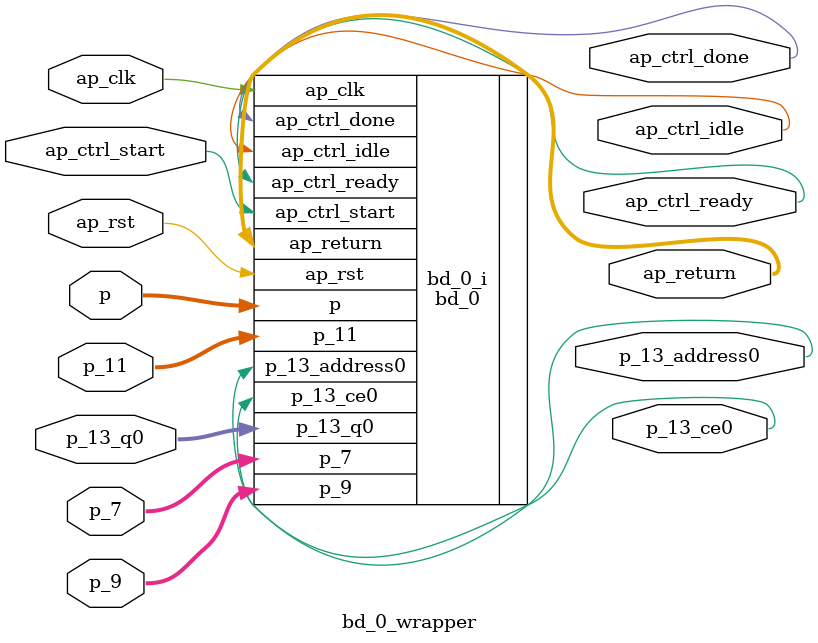
<source format=v>
`timescale 1 ps / 1 ps

module bd_0_wrapper
   (ap_clk,
    ap_ctrl_done,
    ap_ctrl_idle,
    ap_ctrl_ready,
    ap_ctrl_start,
    ap_return,
    ap_rst,
    p,
    p_11,
    p_13_address0,
    p_13_ce0,
    p_13_q0,
    p_7,
    p_9);
  input ap_clk;
  output ap_ctrl_done;
  output ap_ctrl_idle;
  output ap_ctrl_ready;
  input ap_ctrl_start;
  output [7:0]ap_return;
  input ap_rst;
  input [31:0]p;
  input [63:0]p_11;
  output [0:0]p_13_address0;
  output p_13_ce0;
  input [31:0]p_13_q0;
  input [63:0]p_7;
  input [15:0]p_9;

  wire ap_clk;
  wire ap_ctrl_done;
  wire ap_ctrl_idle;
  wire ap_ctrl_ready;
  wire ap_ctrl_start;
  wire [7:0]ap_return;
  wire ap_rst;
  wire [31:0]p;
  wire [63:0]p_11;
  wire [0:0]p_13_address0;
  wire p_13_ce0;
  wire [31:0]p_13_q0;
  wire [63:0]p_7;
  wire [15:0]p_9;

  bd_0 bd_0_i
       (.ap_clk(ap_clk),
        .ap_ctrl_done(ap_ctrl_done),
        .ap_ctrl_idle(ap_ctrl_idle),
        .ap_ctrl_ready(ap_ctrl_ready),
        .ap_ctrl_start(ap_ctrl_start),
        .ap_return(ap_return),
        .ap_rst(ap_rst),
        .p(p),
        .p_11(p_11),
        .p_13_address0(p_13_address0),
        .p_13_ce0(p_13_ce0),
        .p_13_q0(p_13_q0),
        .p_7(p_7),
        .p_9(p_9));
endmodule

</source>
